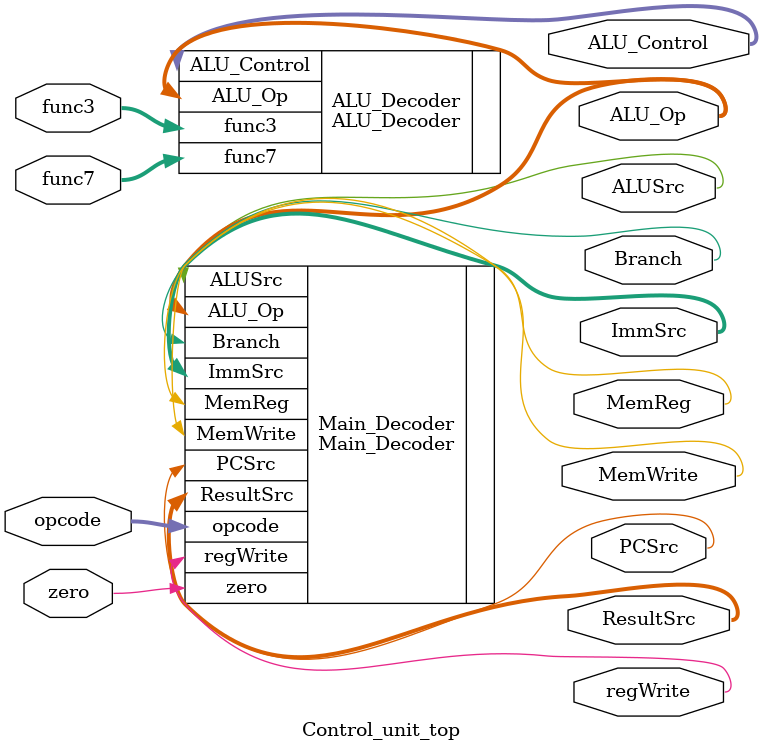
<source format=v>
`include "Main_Decoder.v"
`include "ALU_Decoder.v"

module Control_unit_top(
    input zero,
    input [6:0] opcode,
    input [2:0] func3,
    input [6:0] func7,
    output wire regWrite,
    output [1:0] ImmSrc, ResultSrc,
    output [2:0] ALU_Control,
    output ALUSrc, MemReg, PCSrc,
    output MemWrite, Branch,
    output [1:0] ALU_Op
);

Main_Decoder Main_Decoder(
    .zero(zero),
    .opcode(opcode),
    .regWrite(regWrite),
    .ImmSrc(ImmSrc),
    .ALUSrc(ALUSrc),
    .MemWrite(MemWrite),
    .MemReg(MemReg),
    .PCSrc(PCSrc),
    .ResultSrc(ResultSrc),
    .ALU_Op(ALU_Op),
    .Branch(Branch)
);

ALU_Decoder ALU_Decoder(
    .ALU_Op(ALU_Op),
    .func3(func3),
    .func7(func7),
    .ALU_Control(ALU_Control) // Pass ALU_Control output back
);

endmodule


</source>
